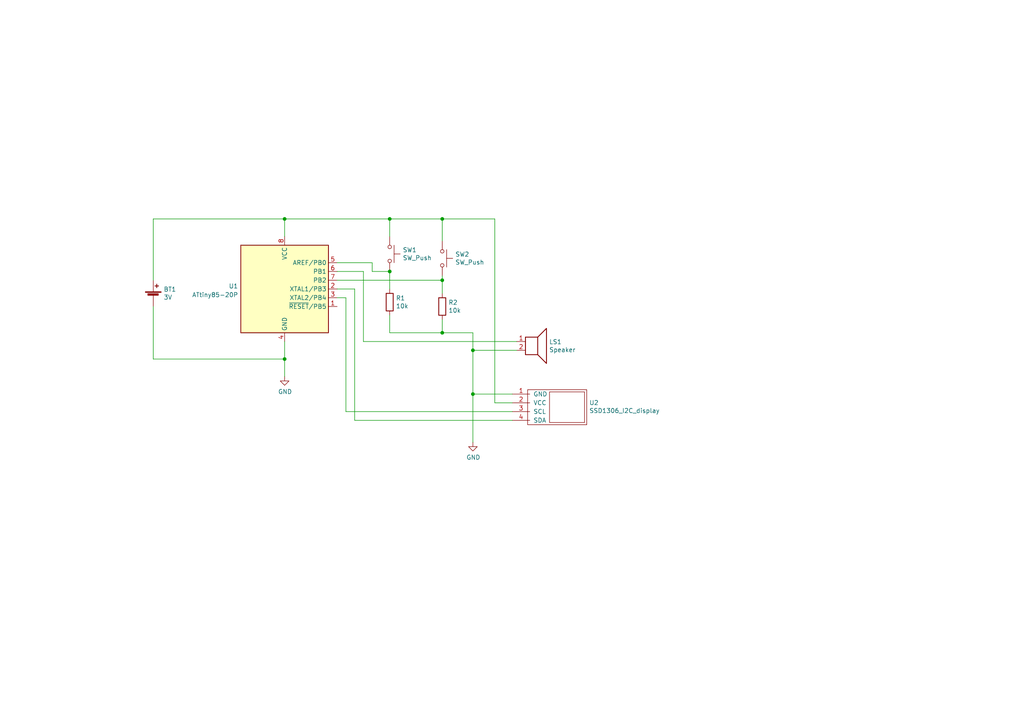
<source format=kicad_sch>
(kicad_sch (version 20211123) (generator eeschema)
  (paper "A4")
  (lib_symbols
    (symbol "Device:Battery_Cell" (pin_numbers hide) (pin_names (offset 0) hide)
      (property "Reference" "BT" (at 2.54 2.54 0))
      (property "Value" "Battery_Cell" (at 2.54 0 0))
      (symbol "Battery_Cell_0_1"
        (rectangle (start -2.286 1.778) (end 2.286 1.524) (fill (type outline)))
        (rectangle (start -1.5748 1.1938) (end 1.4732 0.6858) (fill (type outline)))
        (polyline (pts (xy 0 0.762) (xy 0 0)))
        (polyline (pts (xy 0 1.778) (xy 0 2.54)))
        (polyline (pts (xy 0.508 3.429) (xy 1.524 3.429)) (stroke (width 0.254)))
        (polyline (pts (xy 1.016 3.937) (xy 1.016 2.921)) (stroke (width 0.254)))
      )
      (symbol "Battery_Cell_1_1"
        (pin passive line (at 0 5.08 270) (length 2.54) (name "+") (number "1"))
        (pin passive line (at 0 -2.54 90) (length 2.54) (name "-") (number "2"))
      )
    )
    (symbol "Device:R" (pin_numbers hide) (pin_names (offset 0))
      (property "Reference" "R" (at 2.032 0 90))
      (property "Value" "R" (at 0 0 90))
      (symbol "R_0_1"
        (rectangle (start -1.016 -2.54) (end 1.016 2.54) (stroke (width 0.254)))
      )
      (symbol "R_1_1"
        (pin passive line (at 0 3.81 270) (length 1.27) (name "~") (number "1"))
        (pin passive line (at 0 -3.81 90) (length 1.27) (name "~") (number "2"))
      )
    )
    (symbol "Device:Speaker" (pin_names (offset 0) hide)
      (property "Reference" "LS" (at 1.27 5.715 0))
      (property "Value" "Speaker" (at 1.27 3.81 0))
      (symbol "Speaker_0_0"
        (rectangle (start -2.54 1.27) (end 1.016 -3.81) (stroke (width 0.254)))
        (polyline (pts (xy 1.016 1.27) (xy 3.556 3.81) (xy 3.556 -6.35) (xy 1.016 -3.81)) (stroke (width 0.254)))
      )
      (symbol "Speaker_1_1"
        (pin input line (at -5.08 0 0) (length 2.54) (name "1") (number "1"))
        (pin input line (at -5.08 -2.54 0) (length 2.54) (name "2") (number "2"))
      )
    )
    (symbol "MCU_Microchip_ATtiny:ATtiny85-20P"
      (property "Reference" "U" (at -12.7 13.97 0))
      (property "Value" "ATtiny85-20P" (at 2.54 -13.97 0))
      (symbol "ATtiny85-20P_0_1"
        (rectangle (start -12.7 -12.7) (end 12.7 12.7) (stroke (width 0.254)) (fill (type background)))
      )
      (symbol "ATtiny85-20P_1_1"
        (pin bidirectional line (at 15.24 -5.08 180) (length 2.54) (name "~{RESET}/PB5") (number "1"))
        (pin bidirectional line (at 15.24 0 180) (length 2.54) (name "XTAL1/PB3") (number "2"))
        (pin bidirectional line (at 15.24 -2.54 180) (length 2.54) (name "XTAL2/PB4") (number "3"))
        (pin power_in line (at 0 -15.24 90) (length 2.54) (name "GND") (number "4"))
        (pin bidirectional line (at 15.24 7.62 180) (length 2.54) (name "AREF/PB0") (number "5"))
        (pin bidirectional line (at 15.24 5.08 180) (length 2.54) (name "PB1") (number "6"))
        (pin bidirectional line (at 15.24 2.54 180) (length 2.54) (name "PB2") (number "7"))
        (pin power_in line (at 0 15.24 270) (length 2.54) (name "VCC") (number "8"))
      )
    )
    (symbol "My_Parts:SSD1306_I2C_display" (pin_names (offset 1.016))
      (property "Reference" "U" (at 5.715 2.54 0))
      (property "Value" "SSD1306_I2C_display" (at 12.7 -10.795 0))
      (symbol "SSD1306_I2C_display_0_1"
        (rectangle (start 4.445 1.27) (end 21.59 -8.89))
        (rectangle (start 10.795 0.635) (end 20.955 -8.255))
      )
      (symbol "SSD1306_I2C_display_1_1"
        (pin power_in line (at 0 0 0) (length 5.08) (name "GND") (number "1"))
        (pin power_in line (at 0 -2.54 0) (length 5.08) (name "VCC") (number "2"))
        (pin input line (at 0 -5.08 0) (length 5.08) (name "SCL") (number "3"))
        (pin input line (at 0 -7.62 0) (length 5.08) (name "SDA") (number "4"))
      )
    )
    (symbol "Switch:SW_Push" (pin_numbers hide) (pin_names (offset 1.016) hide)
      (property "Reference" "SW" (at 1.27 2.54 0))
      (property "Value" "SW_Push" (at 0 -1.524 0))
      (symbol "SW_Push_0_1"
        (circle (center -2.032 0) (radius 0.508))
        (polyline (pts (xy 0 1.27) (xy 0 3.048)))
        (polyline (pts (xy 2.54 1.27) (xy -2.54 1.27)))
        (circle (center 2.032 0) (radius 0.508))
        (pin passive line (at -5.08 0 0) (length 2.54) (name "1") (number "1"))
        (pin passive line (at 5.08 0 180) (length 2.54) (name "2") (number "2"))
      )
    )
    (symbol "power:GND" (power) (pin_names (offset 0))
      (property "Value" "GND" (at 0 -3.81 0))
      (symbol "GND_0_1"
        (polyline (pts (xy 0 0) (xy 0 -1.27) (xy 1.27 -1.27) (xy 0 -2.54) (xy -1.27 -1.27) (xy 0 -1.27)))
      )
      (symbol "GND_1_1"
        (pin power_in line (at 0 0 270) (length 0) hide (name "GND") (number "1"))
      )
    )
  )
  (junction (at 113.03 78.74))
  (junction (at 137.16 101.6))
  (junction (at 82.55 104.14))
  (junction (at 128.27 81.28))
  (junction (at 137.16 114.3))
  (junction (at 128.27 63.5))
  (junction (at 128.27 96.52))
  (junction (at 113.03 63.5))
  (junction (at 82.55 63.5))
  (wire (pts (xy 137.16 128.27) (xy 137.16 114.3)))
  (wire (pts (xy 148.59 114.3) (xy 137.16 114.3)))
  (wire (pts (xy 128.27 96.52) (xy 137.16 96.52)))
  (wire (pts (xy 82.55 99.06) (xy 82.55 104.14)))
  (wire (pts (xy 128.27 63.5) (xy 143.51 63.5)))
  (wire (pts (xy 137.16 96.52) (xy 137.16 101.6)))
  (wire (pts (xy 113.03 63.5) (xy 128.27 63.5)))
  (wire (pts (xy 137.16 101.6) (xy 137.16 114.3)))
  (wire (pts (xy 137.16 101.6) (xy 149.86 101.6)))
  (wire (pts (xy 143.51 63.5) (xy 143.51 116.84)))
  (wire (pts (xy 82.55 109.22) (xy 82.55 104.14)))
  (wire (pts (xy 113.03 91.44) (xy 113.03 96.52)))
  (wire (pts (xy 97.79 81.28) (xy 128.27 81.28)))
  (wire (pts (xy 97.79 76.2) (xy 107.95 76.2)))
  (wire (pts (xy 113.03 83.82) (xy 113.03 78.74)))
  (wire (pts (xy 100.33 86.36) (xy 100.33 119.38)))
  (wire (pts (xy 44.45 104.14) (xy 44.45 88.9)))
  (wire (pts (xy 107.95 78.74) (xy 113.03 78.74)))
  (wire (pts (xy 105.41 99.06) (xy 149.86 99.06)))
  (wire (pts (xy 97.79 83.82) (xy 102.87 83.82)))
  (wire (pts (xy 97.79 86.36) (xy 100.33 86.36)))
  (wire (pts (xy 105.41 78.74) (xy 105.41 99.06)))
  (wire (pts (xy 113.03 96.52) (xy 128.27 96.52)))
  (wire (pts (xy 82.55 68.58) (xy 82.55 63.5)))
  (wire (pts (xy 113.03 63.5) (xy 113.03 68.58)))
  (wire (pts (xy 82.55 63.5) (xy 113.03 63.5)))
  (wire (pts (xy 128.27 81.28) (xy 128.27 80.01)))
  (wire (pts (xy 44.45 63.5) (xy 44.45 81.28)))
  (wire (pts (xy 100.33 119.38) (xy 148.59 119.38)))
  (wire (pts (xy 128.27 85.09) (xy 128.27 81.28)))
  (wire (pts (xy 107.95 76.2) (xy 107.95 78.74)))
  (wire (pts (xy 102.87 83.82) (xy 102.87 121.92)))
  (wire (pts (xy 82.55 63.5) (xy 44.45 63.5)))
  (wire (pts (xy 143.51 116.84) (xy 148.59 116.84)))
  (wire (pts (xy 102.87 121.92) (xy 148.59 121.92)))
  (wire (pts (xy 82.55 104.14) (xy 44.45 104.14)))
  (wire (pts (xy 128.27 63.5) (xy 128.27 69.85)))
  (wire (pts (xy 128.27 96.52) (xy 128.27 92.71)))
  (wire (pts (xy 97.79 78.74) (xy 105.41 78.74)))
  (symbol (lib_id "Device:Battery_Cell") (at 44.45 86.36 0) (unit 1)
    (property "Reference" "BT1" (at 47.4472 83.9216 0) (effects (justify left)))
    (property "Value" "3V" (at 47.4472 86.233 0) (effects (justify left)))
    (property "Footprint" "Battery:BatteryHolder_Keystone_103_1x20mm" (effects hide))
  )
  (symbol (lib_id "Device:Speaker") (at 154.94 99.06 0) (unit 1)
    (property "Reference" "LS1" (at 159.258 99.1616 0) (effects (justify left)))
    (property "Value" "Speaker" (at 159.258 101.473 0) (effects (justify left)))
    (property "Footprint" "My_Misc:Buzzer_TDK_PS1240P02BT_D12.2mm_H6.5mm_large" (effects hide))
  )
  (symbol (lib_id "Switch:SW_Push") (at 113.03 73.66 270) (unit 1)
    (property "Reference" "SW1" (at 116.7892 72.4916 90) (effects (justify left)))
    (property "Value" "SW_Push" (at 116.7892 74.803 90) (effects (justify left)))
    (property "Footprint" "My_Misc:SW_PUSH_6mm_large" (effects hide))
  )
  (symbol (lib_id "Switch:SW_Push") (at 128.27 74.93 270) (unit 1)
    (property "Reference" "SW2" (at 132.0292 73.7616 90) (effects (justify left)))
    (property "Value" "SW_Push" (at 132.0292 76.073 90) (effects (justify left)))
    (property "Footprint" "My_Misc:SW_PUSH_6mm_large" (effects hide))
  )
  (symbol (lib_id "Device:R") (at 113.03 87.63 0) (unit 1)
    (property "Reference" "R1" (at 114.808 86.4616 0) (effects (justify left)))
    (property "Value" "10k" (at 114.808 88.773 0) (effects (justify left)))
    (property "Footprint" "My_Misc:R_Axial_DIN0207_L6.3mm_D2.5mm_P2.54mm_Vertical_large" (effects hide))
  )
  (symbol (lib_id "Device:R") (at 128.27 88.9 0) (unit 1)
    (property "Reference" "R2" (at 130.048 87.7316 0) (effects (justify left)))
    (property "Value" "10k" (at 130.048 90.043 0) (effects (justify left)))
    (property "Footprint" "My_Misc:R_Axial_DIN0207_L6.3mm_D2.5mm_P2.54mm_Vertical_large" (effects hide))
  )
  (symbol (lib_id "My_Parts:SSD1306_I2C_display") (at 148.59 114.3 0) (unit 1)
    (property "Reference" "U2" (at 170.8912 116.8146 0) (effects (justify left)))
    (property "Value" "SSD1306_I2C_display" (at 170.8912 119.126 0) (effects (justify left)))
    (property "Footprint" "My_Parts:SSD1306_I2C_0.96_OLED_display_large" (effects hide))
  )
  (symbol (lib_id "power:GND") (at 82.55 109.22 0) (unit 1)
    (property "Reference" "#PWR01" (effects hide))
    (property "Value" "GND" (at 82.677 113.6142 0))
  )
  (symbol (lib_id "power:GND") (at 137.16 128.27 0) (unit 1)
    (property "Reference" "#PWR02" (effects hide))
    (property "Value" "GND" (at 137.287 132.6642 0))
  )
  (symbol (lib_id "MCU_Microchip_ATtiny:ATtiny85-20P") (at 82.55 83.82 0) (unit 1)
    (property "Reference" "U1" (at 69.088 82.9853 0) (effects (justify right)))
    (property "Value" "ATtiny85-20P" (at 69.088 85.5222 0) (effects (justify right)))
    (property "Footprint" "My_Misc:DIP-8_W7.62mm_Socket_w_dip_packet_LongPads" (effects hide))
    (property "Datasheet" "http://ww1.microchip.com/downloads/en/DeviceDoc/atmel-2586-avr-8-bit-microcontroller-attiny25-attiny45-attiny85_datasheet.pdf" (effects hide))
  )
)
</source>
